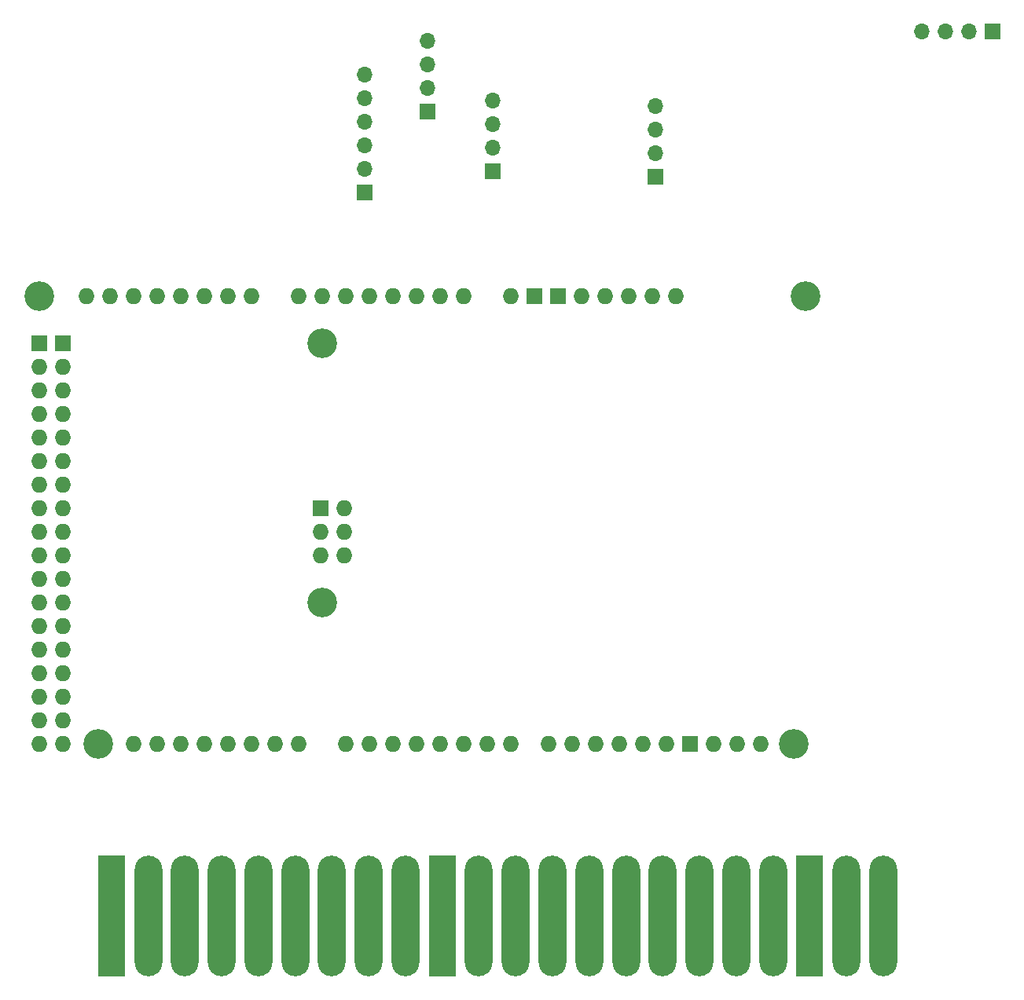
<source format=gbr>
%TF.GenerationSoftware,KiCad,Pcbnew,8.0.0*%
%TF.CreationDate,2024-03-04T10:44:04-06:00*%
%TF.ProjectId,controlSemaforicoMEga,636f6e74-726f-46c5-9365-6d61666f7269,rev?*%
%TF.SameCoordinates,PX4ef7d2aPY852b4f0*%
%TF.FileFunction,Soldermask,Top*%
%TF.FilePolarity,Negative*%
%FSLAX46Y46*%
G04 Gerber Fmt 4.6, Leading zero omitted, Abs format (unit mm)*
G04 Created by KiCad (PCBNEW 8.0.0) date 2024-03-04 10:44:04*
%MOMM*%
%LPD*%
G01*
G04 APERTURE LIST*
%ADD10C,3.200000*%
%ADD11O,1.727200X1.727200*%
%ADD12R,1.727200X1.727200*%
%ADD13R,1.700000X1.700000*%
%ADD14O,1.700000X1.700000*%
%ADD15R,3.000000X13.000000*%
%ADD16O,3.000000X13.000000*%
G04 APERTURE END LIST*
D10*
%TO.C,A1*%
X90677990Y67460000D03*
X89407990Y19200000D03*
D11*
X76707990Y67460000D03*
D10*
X38607990Y34440000D03*
X38607990Y62380000D03*
X14477990Y19200000D03*
X8127990Y67460000D03*
D11*
X69087990Y67460000D03*
X66547990Y67460000D03*
X38480990Y39520000D03*
X10667990Y19200000D03*
X8127990Y19200000D03*
X53847990Y67460000D03*
X51307990Y67460000D03*
X48767990Y67460000D03*
X46227990Y67460000D03*
X43687990Y67460000D03*
X41147990Y67460000D03*
X38607990Y67460000D03*
X36067990Y67460000D03*
X30987990Y67460000D03*
X28447990Y67460000D03*
X25907990Y67460000D03*
X23367990Y67460000D03*
X20827990Y67460000D03*
X18287990Y67460000D03*
X15747990Y67460000D03*
X13207990Y67460000D03*
X80771990Y19200000D03*
X41147990Y19200000D03*
X43687990Y19200000D03*
X46227990Y19200000D03*
X48767990Y19200000D03*
X51307990Y19200000D03*
X53847990Y19200000D03*
X56387990Y19200000D03*
X58927990Y19200000D03*
X62991990Y19200000D03*
X65531990Y19200000D03*
X68071990Y19200000D03*
X70611990Y19200000D03*
X73151990Y19200000D03*
X75691990Y19200000D03*
X36067990Y19200000D03*
X33527990Y19200000D03*
X30987990Y19200000D03*
X28447990Y19200000D03*
X25907990Y19200000D03*
X23367990Y19200000D03*
X20827990Y19200000D03*
X18287990Y19200000D03*
X10667990Y21740000D03*
X8127990Y21740000D03*
X10667990Y24280000D03*
X8127990Y24280000D03*
X10667990Y26820000D03*
X8127990Y26820000D03*
X10667990Y29360000D03*
X8127990Y29360000D03*
X10667990Y31900000D03*
X8127990Y31900000D03*
X10667990Y34440000D03*
X8127990Y34440000D03*
X10667990Y36980000D03*
X8127990Y36980000D03*
X10667990Y39520000D03*
X8127990Y39520000D03*
X10667990Y42060000D03*
X8127990Y42060000D03*
X10667990Y44600000D03*
X8127990Y44600000D03*
X10667990Y47140000D03*
X8127990Y47140000D03*
X10667990Y49680000D03*
X8127990Y49680000D03*
X10667990Y52220000D03*
X8127990Y52220000D03*
X10667990Y54760000D03*
X8127990Y54760000D03*
X10667990Y57300000D03*
X8127990Y57300000D03*
X10667990Y59840000D03*
X8127990Y59840000D03*
D12*
X78231990Y19200000D03*
X64007990Y67460000D03*
X61467990Y67460000D03*
X38480990Y44600000D03*
X10667990Y62380000D03*
X8127990Y62380000D03*
D11*
X74167990Y67460000D03*
X41020990Y39520000D03*
X38480990Y42060000D03*
X71627990Y67460000D03*
X41020990Y44600000D03*
X41020990Y42060000D03*
X85851990Y19200000D03*
X83311990Y19200000D03*
X58927990Y67460000D03*
%TD*%
D13*
%TO.C,J6*%
X50000000Y87380000D03*
D14*
X50000000Y89920000D03*
X50000000Y92460000D03*
X50000000Y95000000D03*
%TD*%
D13*
%TO.C,J1*%
X43195990Y78638000D03*
D14*
X43195990Y81178000D03*
X43195990Y83718000D03*
X43195990Y86258000D03*
X43195990Y88798000D03*
X43195990Y91338000D03*
%TD*%
D13*
%TO.C,J5*%
X110800000Y96000000D03*
D14*
X108260000Y96000000D03*
X105720000Y96000000D03*
X103180000Y96000000D03*
%TD*%
D15*
%TO.C,J2*%
X15900000Y700000D03*
D16*
X19860000Y700000D03*
X23820000Y700000D03*
X27780000Y700000D03*
X31740000Y700000D03*
X35700000Y700000D03*
X39660000Y700000D03*
X43620000Y700000D03*
X47580000Y700000D03*
D15*
X51540000Y700000D03*
D16*
X55500000Y700000D03*
X59460000Y700000D03*
X63420000Y700000D03*
X67379990Y700000D03*
X71339990Y700000D03*
X75299990Y700000D03*
X79259990Y700000D03*
X83219990Y700000D03*
X87179990Y700000D03*
D15*
X91139990Y700000D03*
D16*
X95099990Y700000D03*
X99059990Y700000D03*
%TD*%
D13*
%TO.C,J3*%
X57000000Y80960000D03*
D14*
X57000000Y83500000D03*
X57000000Y86040000D03*
X57000000Y88580000D03*
%TD*%
D13*
%TO.C,J4*%
X74500000Y80380000D03*
D14*
X74500000Y82920000D03*
X74500000Y85460000D03*
X74500000Y88000000D03*
%TD*%
M02*

</source>
